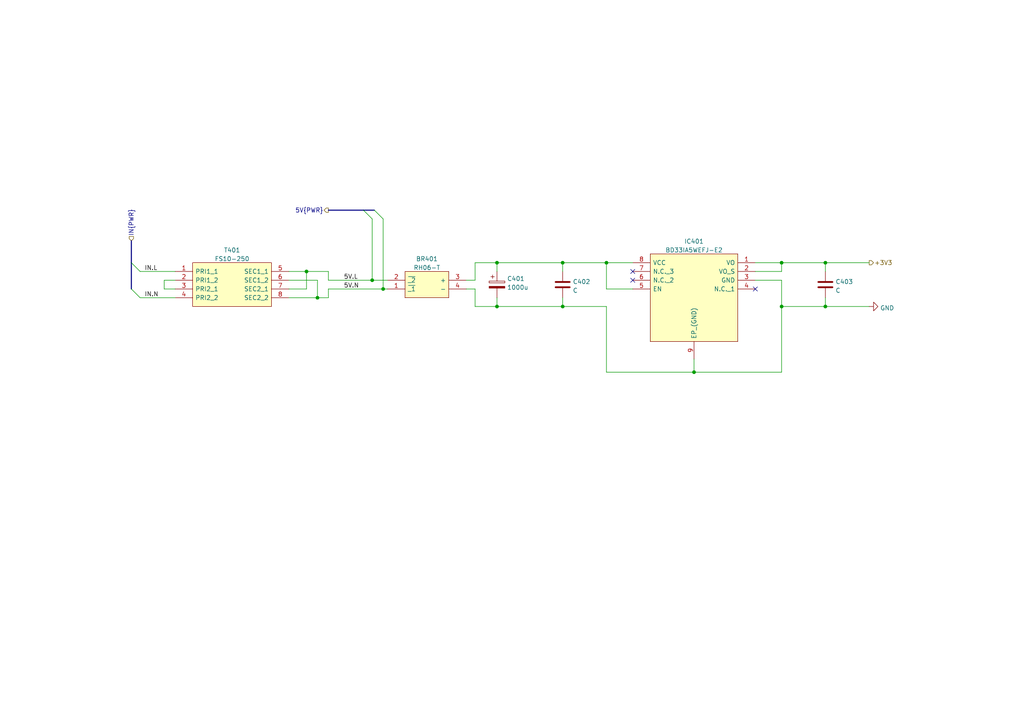
<source format=kicad_sch>
(kicad_sch (version 20211123) (generator eeschema)
  (paper "A4")
  (title_block (title "OxySwitch - Invertor") (rev "1") (company "Tomas Kysela"))
  (lib_symbols
    (symbol "Device:C" (pin_numbers hide) (pin_names (offset 0.254))
      (property "Reference" "C" (at 0.635 2.54 0))
      (property "Value" "C" (at 0.635 -2.54 0))
      (symbol "C_0_1"
        (polyline (pts (xy -2.032 -0.762) (xy 2.032 -0.762)) (stroke (width 0.508)))
        (polyline (pts (xy -2.032 0.762) (xy 2.032 0.762)) (stroke (width 0.508)))
      )
      (symbol "C_1_1"
        (pin passive line (at 0 3.81 270) (length 2.794) (name "~") (number "1"))
        (pin passive line (at 0 -3.81 90) (length 2.794) (name "~") (number "2"))
      )
    )
    (symbol "Device:C_Polarized" (pin_numbers hide) (pin_names (offset 0.254))
      (property "Reference" "C" (at 0.635 2.54 0))
      (property "Value" "C_Polarized" (at 0.635 -2.54 0))
      (symbol "C_Polarized_0_1"
        (rectangle (start -2.286 0.508) (end 2.286 1.016))
        (polyline (pts (xy -1.778 2.286) (xy -0.762 2.286)))
        (polyline (pts (xy -1.27 2.794) (xy -1.27 1.778)))
        (rectangle (start 2.286 -0.508) (end -2.286 -1.016) (fill (type outline)))
      )
      (symbol "C_Polarized_1_1"
        (pin passive line (at 0 3.81 270) (length 2.794) (name "~") (number "1"))
        (pin passive line (at 0 -3.81 90) (length 2.794) (name "~") (number "2"))
      )
    )
    (symbol "OxySwitch:BD33IA5WEFJ-E2" (pin_names (offset 0.762))
      (property "Reference" "IC" (at 31.75 7.62 0))
      (property "Value" "BD33IA5WEFJ-E2" (at 31.75 5.08 0))
      (symbol "BD33IA5WEFJ-E2_0_0"
        (pin power_out line (at 0 0 0) (length 5.08) (name "VO") (number "1"))
        (pin passive line (at 0 -2.54 0) (length 5.08) (name "VO_S") (number "2"))
        (pin passive line (at 0 -5.08 0) (length 5.08) (name "GND") (number "3"))
        (pin passive line (at 0 -7.62 0) (length 5.08) (name "N.C._1") (number "4"))
        (pin passive line (at 35.56 -7.62 180) (length 5.08) (name "EN") (number "5"))
        (pin passive line (at 35.56 -5.08 180) (length 5.08) (name "N.C._2") (number "6"))
        (pin passive line (at 35.56 -2.54 180) (length 5.08) (name "N.C._3") (number "7"))
        (pin passive line (at 35.56 0 180) (length 5.08) (name "VCC") (number "8"))
        (pin passive line (at 17.78 -27.94 90) (length 5.08) (name "EP_(GND)") (number "9"))
      )
      (symbol "BD33IA5WEFJ-E2_0_1"
        (polyline (pts (xy 5.08 2.54) (xy 30.48 2.54) (xy 30.48 -22.86) (xy 5.08 -22.86) (xy 5.08 2.54)) (stroke (width 0.1524)) (fill (type background)))
      )
    )
    (symbol "OxySwitch:FS10-250" (pin_names (offset 0.762))
      (property "Reference" "T" (at 29.21 7.62 0))
      (property "Value" "FS10-250" (at 29.21 5.08 0))
      (symbol "FS10-250_0_0"
        (pin passive line (at 0 0 0) (length 5.08) (name "PRI1_1") (number "1"))
        (pin passive line (at 0 -2.54 0) (length 5.08) (name "PRI1_2") (number "2"))
        (pin passive line (at 0 -5.08 0) (length 5.08) (name "PRI2_1") (number "3"))
        (pin passive line (at 0 -7.62 0) (length 5.08) (name "PRI2_2") (number "4"))
        (pin passive line (at 33.02 0 180) (length 5.08) (name "SEC1_1") (number "5"))
        (pin passive line (at 33.02 -2.54 180) (length 5.08) (name "SEC1_2") (number "6"))
        (pin passive line (at 33.02 -5.08 180) (length 5.08) (name "SEC2_1") (number "7"))
        (pin passive line (at 33.02 -7.62 180) (length 5.08) (name "SEC2_2") (number "8"))
      )
      (symbol "FS10-250_0_1"
        (polyline (pts (xy 5.08 2.54) (xy 27.94 2.54) (xy 27.94 -10.16) (xy 5.08 -10.16) (xy 5.08 2.54)) (stroke (width 0.1524)) (fill (type background)))
      )
    )
    (symbol "OxySwitch:RH06-T" (pin_names (offset 0.762))
      (property "Reference" "BR" (at 19.05 7.62 0))
      (property "Value" "RH06-T" (at 19.05 5.08 0))
      (symbol "RH06-T_0_0"
        (pin passive line (at 0 0 0) (length 5.08) (name "~{_1}") (number "1"))
        (pin passive line (at 0 -2.54 0) (length 5.08) (name "~{_2}") (number "2"))
        (pin passive line (at 22.86 -2.54 180) (length 5.08) (name "+") (number "3"))
        (pin power_out line (at 22.86 0 180) (length 5.08) (name "-") (number "4"))
      )
      (symbol "RH06-T_0_1"
        (polyline (pts (xy 5.08 2.54) (xy 17.78 2.54) (xy 17.78 -5.08) (xy 5.08 -5.08) (xy 5.08 2.54)) (stroke (width 0.1524)) (fill (type background)))
      )
    )
    (symbol "power:GND" (power) (pin_names (offset 0))
      (property "Value" "GND" (at 0 -3.81 0))
      (symbol "GND_0_1"
        (polyline (pts (xy 0 0) (xy 0 -1.27) (xy 1.27 -1.27) (xy 0 -2.54) (xy -1.27 -1.27) (xy 0 -1.27)))
      )
      (symbol "GND_1_1"
        (pin power_in line (at 0 0 270) (length 0) hide (name "GND") (number "1"))
      )
    )
  )
  (junction (at 88.9 78.74))
  (junction (at 239.395 76.2))
  (junction (at 144.145 88.9))
  (junction (at 175.895 76.2))
  (junction (at 226.695 76.2))
  (junction (at 201.295 107.95))
  (junction (at 163.195 88.9))
  (junction (at 239.395 88.9))
  (junction (at 144.145 76.2))
  (junction (at 107.95 81.28))
  (junction (at 226.695 88.9))
  (junction (at 163.195 76.2))
  (junction (at 111.125 83.82))
  (junction (at 92.075 86.36))
  (no_connect (at 219.075 83.82))
  (no_connect (at 183.515 81.28))
  (no_connect (at 183.515 78.74))
  (bus_entry (at 108.585 60.96) (size 2.54 2.54))
  (bus_entry (at 105.41 60.96) (size 2.54 2.54))
  (bus_entry (at 38.1 83.82) (size 2.54 2.54))
  (bus_entry (at 38.1 76.2) (size 2.54 2.54))
  (wire (pts (xy 111.125 63.5) (xy 111.125 83.82)))
  (wire (pts (xy 95.25 78.74) (xy 88.9 78.74)))
  (wire (pts (xy 163.195 76.2) (xy 163.195 78.74)))
  (wire (pts (xy 40.64 86.36) (xy 50.8 86.36)))
  (wire (pts (xy 88.9 83.82) (xy 88.9 78.74)))
  (wire (pts (xy 137.795 83.82) (xy 137.795 88.9)))
  (wire (pts (xy 219.075 81.28) (xy 226.695 81.28)))
  (wire (pts (xy 107.95 63.5) (xy 107.95 81.28)))
  (wire (pts (xy 226.695 78.74) (xy 226.695 76.2)))
  (bus (pts (xy 95.25 60.96) (xy 105.41 60.96)))
  (bus (pts (xy 38.1 69.85) (xy 38.1 76.2)))
  (wire (pts (xy 137.795 76.2) (xy 137.795 81.28)))
  (wire (pts (xy 137.795 76.2) (xy 144.145 76.2)))
  (wire (pts (xy 226.695 107.95) (xy 201.295 107.95)))
  (bus (pts (xy 38.1 76.2) (xy 38.1 83.82)))
  (wire (pts (xy 226.695 88.9) (xy 239.395 88.9)))
  (wire (pts (xy 135.255 83.82) (xy 137.795 83.82)))
  (wire (pts (xy 201.295 104.14) (xy 201.295 107.95)))
  (wire (pts (xy 183.515 83.82) (xy 175.895 83.82)))
  (wire (pts (xy 144.145 86.36) (xy 144.145 88.9)))
  (wire (pts (xy 239.395 76.2) (xy 252.095 76.2)))
  (wire (pts (xy 144.145 76.2) (xy 163.195 76.2)))
  (wire (pts (xy 92.075 81.28) (xy 83.82 81.28)))
  (wire (pts (xy 83.82 86.36) (xy 92.075 86.36)))
  (wire (pts (xy 175.895 83.82) (xy 175.895 76.2)))
  (wire (pts (xy 47.625 81.28) (xy 50.8 81.28)))
  (wire (pts (xy 144.145 88.9) (xy 163.195 88.9)))
  (wire (pts (xy 95.25 83.82) (xy 111.125 83.82)))
  (wire (pts (xy 239.395 88.9) (xy 252.095 88.9)))
  (wire (pts (xy 47.625 83.82) (xy 47.625 81.28)))
  (wire (pts (xy 92.075 86.36) (xy 95.25 86.36)))
  (wire (pts (xy 95.25 81.28) (xy 107.95 81.28)))
  (wire (pts (xy 95.25 86.36) (xy 95.25 83.82)))
  (wire (pts (xy 201.295 107.95) (xy 175.895 107.95)))
  (wire (pts (xy 239.395 78.74) (xy 239.395 76.2)))
  (wire (pts (xy 40.64 78.74) (xy 50.8 78.74)))
  (wire (pts (xy 88.9 78.74) (xy 83.82 78.74)))
  (wire (pts (xy 92.075 81.28) (xy 92.075 86.36)))
  (bus (pts (xy 105.41 60.96) (xy 108.585 60.96)))
  (wire (pts (xy 50.8 83.82) (xy 47.625 83.82)))
  (wire (pts (xy 83.82 83.82) (xy 88.9 83.82)))
  (wire (pts (xy 175.895 76.2) (xy 183.515 76.2)))
  (wire (pts (xy 219.075 78.74) (xy 226.695 78.74)))
  (wire (pts (xy 239.395 86.36) (xy 239.395 88.9)))
  (wire (pts (xy 163.195 88.9) (xy 163.195 86.36)))
  (wire (pts (xy 137.795 88.9) (xy 144.145 88.9)))
  (wire (pts (xy 226.695 76.2) (xy 239.395 76.2)))
  (wire (pts (xy 135.255 81.28) (xy 137.795 81.28)))
  (wire (pts (xy 219.075 76.2) (xy 226.695 76.2)))
  (wire (pts (xy 226.695 81.28) (xy 226.695 88.9)))
  (wire (pts (xy 175.895 107.95) (xy 175.895 88.9)))
  (wire (pts (xy 226.695 88.9) (xy 226.695 107.95)))
  (wire (pts (xy 144.145 76.2) (xy 144.145 78.74)))
  (wire (pts (xy 111.125 83.82) (xy 112.395 83.82)))
  (wire (pts (xy 163.195 76.2) (xy 175.895 76.2)))
  (wire (pts (xy 95.25 81.28) (xy 95.25 78.74)))
  (wire (pts (xy 175.895 88.9) (xy 163.195 88.9)))
  (wire (pts (xy 107.95 81.28) (xy 112.395 81.28)))
  (label "IN.N" (at 41.91 86.36 0))
  (label "5V.L" (at 99.695 81.28 0))
  (label "5V.N" (at 99.695 83.82 0))
  (label "IN.L" (at 41.91 78.74 0))
  (hierarchical_label "IN{PWR}" (shape input) (at 38.1 69.85 90))
  (hierarchical_label "+3V3" (shape output) (at 252.095 76.2 0))
  (hierarchical_label "5V{PWR}" (shape output) (at 95.25 60.96 180))
  (symbol (lib_id "power:GND") (at 252.095 88.9 90) (unit 1)
    (property "Reference" "#PWR0401" (effects hide))
    (property "Value" "GND" (at 255.27 89.3338 90) (effects (justify right)))
  )
  (symbol (lib_id "Device:C_Polarized") (at 144.145 82.55 0) (unit 1)
    (property "Reference" "C401" (at 147.066 80.8263 0) (effects (justify left)))
    (property "Value" "1000u" (at 147.066 83.3632 0) (effects (justify left)))
  )
  (symbol (lib_id "Device:C") (at 239.395 82.55 0) (unit 1)
    (property "Reference" "C403" (at 242.316 81.7153 0) (effects (justify left)))
    (property "Value" "C" (at 242.316 84.2522 0) (effects (justify left)))
  )
  (symbol (lib_id "OxySwitch:RH06-T") (at 112.395 83.82 0) (mirror x) (unit 1)
    (property "Reference" "BR401" (at 123.825 75.091 0))
    (property "Value" "RH06-T" (at 123.825 77.6279 0))
    (property "Footprint" "SOP250P700X300-4N" (effects hide))
    (property "Datasheet" "https://www.diodes.com/assets/Datasheets/ds30137.pdf" (effects hide))
    (property "Description" "Bridge Rectifiers 0.5A 600V" (effects hide))
    (property "Height" "3" (effects hide))
    (property "Manufacturer_Name" "Diodes Inc." (effects hide))
    (property "Manufacturer_Part_Number" "RH06-T" (effects hide))
    (property "Mouser Part Number" "621-RH06-T" (effects hide))
    (property "Mouser Price/Stock" "https://www.mouser.co.uk/ProductDetail/Diodes-Incorporated/RH06-T?qs=sxN%252BoM2fis%2FIz4Q66ep0xQ%3D%3D" (effects hide))
    (property "Arrow Part Number" "RH06-T" (effects hide))
    (property "Arrow Price/Stock" "https://www.arrow.com/en/products/rh06-t/diodes-incorporated?region=nac" (effects hide))
  )
  (symbol (lib_id "OxySwitch:BD33IA5WEFJ-E2") (at 219.075 76.2 0) (mirror y) (unit 1)
    (property "Reference" "IC401" (at 201.295 70.011 0))
    (property "Value" "BD33IA5WEFJ-E2" (at 201.295 72.5479 0))
    (property "Footprint" "SOIC127P600X100-9N" (effects hide))
    (property "Datasheet" "https://datasheet.datasheetarchive.com/originals/distributors/Datasheets_SAMA/d5e764c9d662c84218e872c1b0296848.pdf" (effects hide))
    (property "Description" "LDO Voltage Controllers LDO Reg Pos 3.3V 0.5A" (effects hide))
    (property "Height" "1" (effects hide))
    (property "Mouser Part Number" "755-BD33IA5WEFJ-E2" (effects hide))
    (property "Mouser Price/Stock" "https://www.mouser.co.uk/ProductDetail/ROHM-Semiconductor/BD33IA5WEFJ-E2?qs=QbAZ1slfEbQju0r3SZXMUQ%3D%3D" (effects hide))
    (property "Manufacturer_Name" "ROHM Semiconductor" (effects hide))
    (property "Manufacturer_Part_Number" "BD33IA5WEFJ-E2" (effects hide))
  )
  (symbol (lib_id "Device:C") (at 163.195 82.55 0) (unit 1)
    (property "Reference" "C402" (at 166.116 81.7153 0) (effects (justify left)))
    (property "Value" "C" (at 166.116 84.2522 0) (effects (justify left)))
  )
  (symbol (lib_id "OxySwitch:FS10-250") (at 50.8 78.74 0) (unit 1)
    (property "Reference" "T401" (at 67.31 72.551 0))
    (property "Value" "FS10-250" (at 67.31 75.0879 0))
    (property "Footprint" "FS10250" (effects hide))
    (property "Datasheet" "https://static6.arrow.com/aropdfconversion/6cc430d717afccb559493f7b0f45a89f6145f8a/fs10-250.pdf" (effects hide))
    (property "Description" "Power Transformers POWER XFMR 10.0Vct@0.250A UL/cUL 115/230V SPLIT PACK PCB MOUNT/FS10-250" (effects hide))
    (property "Height" "30.15" (effects hide))
    (property "Manufacturer_Name" "Triad Magnetics" (effects hide))
    (property "Manufacturer_Part_Number" "FS10-250" (effects hide))
    (property "Mouser Part Number" "553-FS10-250" (effects hide))
    (property "Mouser Price/Stock" "https://www.mouser.co.uk/ProductDetail/Triad-Magnetics/FS10-250?qs=mZMNBqyh7oH5fuvpbFLjLA%3D%3D" (effects hide))
    (property "Arrow Part Number" "FS10-250" (effects hide))
    (property "Arrow Price/Stock" "https://www.arrow.com/en/products/fs10-250/triad-magnetics" (effects hide))
  )
)
</source>
